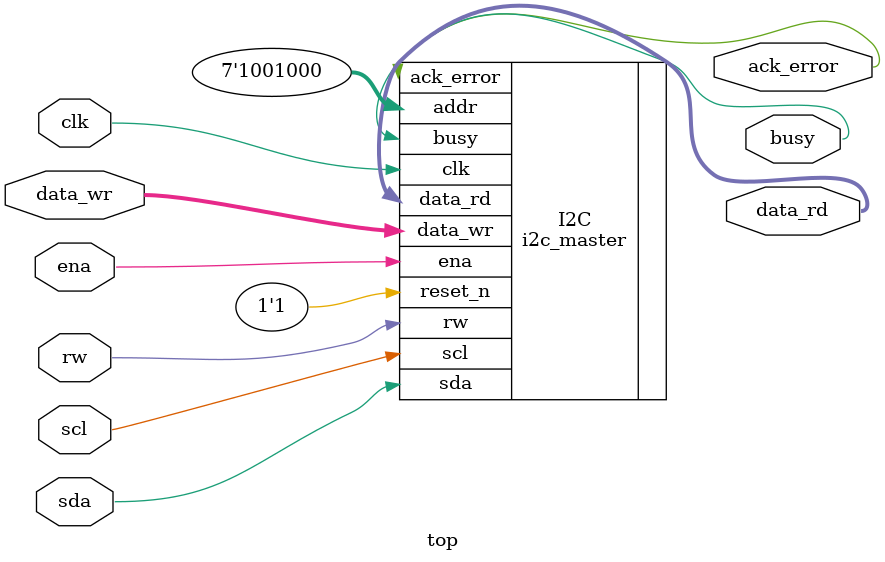
<source format=v>
module top(
    input clk, // system clock
	 //input reset_n, // active low reset
	 input ena, // latch in command
	 input rw, // '0' is write, '1' is read
	 input [7:0] data_wr, // data to write to slave
	 output busy, // indicates transaction in progress
	 output [7:0] data_rd, // data read from slave
	 output ack_error, // flag if improper acknowledge from slave
	 inout sda,
	 inout scl
    );
parameter reset_n = 1'b1;
parameter addr = 7'b1001000;

// Muestra los datos en el display
i2c_master I2C(
 .clk(clk),
 .reset_n(reset_n),
 .ena(ena),
 .addr(addr),
 .rw(rw),
 .data_wr(data_wr),
 .busy(busy),
 .data_rd(data_rd),
 .ack_error(ack_error),
 .sda(sda),
 .scl(scl)
); 

endmodule

</source>
